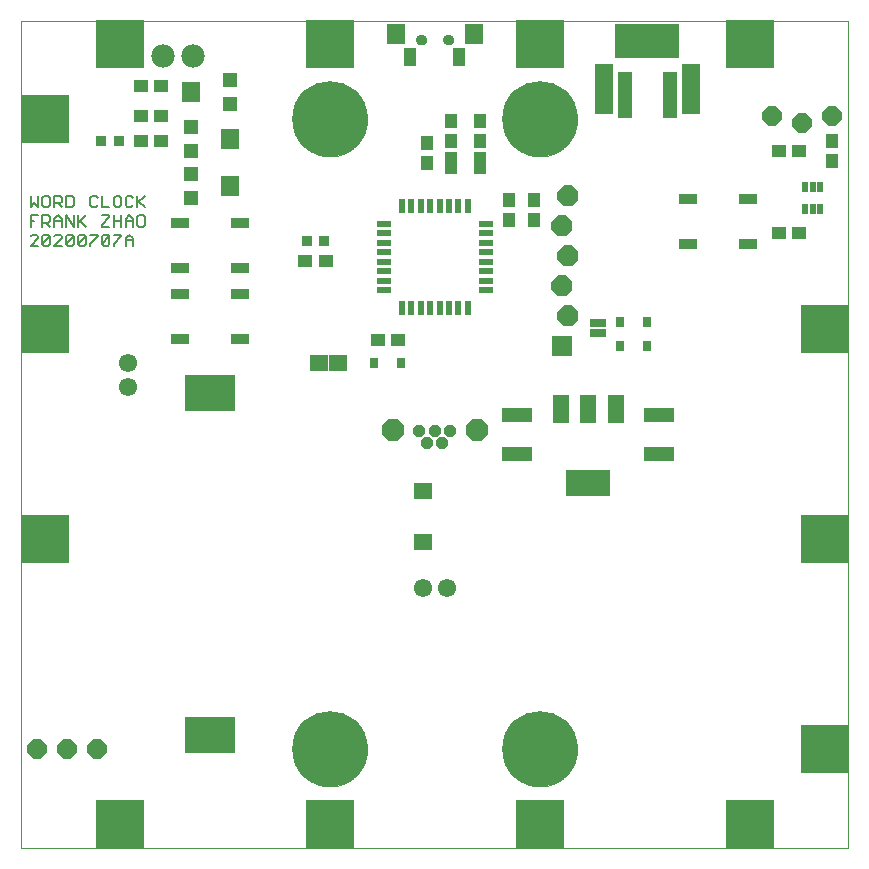
<source format=gts>
G75*
%MOIN*%
%OFA0B0*%
%FSLAX25Y25*%
%IPPOS*%
%LPD*%
%AMOC8*
5,1,8,0,0,1.08239X$1,22.5*
%
%ADD10C,0.00000*%
%ADD11C,0.25203*%
%ADD12OC8,0.06337*%
%ADD13R,0.16211X0.16211*%
%ADD14C,0.00500*%
%ADD15R,0.01975X0.05124*%
%ADD16R,0.05124X0.01975*%
%ADD17OC8,0.07487*%
%ADD18OC8,0.03975*%
%ADD19R,0.16935X0.12211*%
%ADD20R,0.05200X0.09200*%
%ADD21R,0.14573X0.09061*%
%ADD22R,0.04337X0.07487*%
%ADD23R,0.04337X0.04731*%
%ADD24R,0.02880X0.03668*%
%ADD25R,0.10243X0.05124*%
%ADD26R,0.04731X0.04337*%
%ADD27R,0.07000X0.07000*%
%ADD28OC8,0.07000*%
%ADD29R,0.05400X0.02900*%
%ADD30C,0.06100*%
%ADD31R,0.06187X0.05400*%
%ADD32C,0.07800*%
%ADD33R,0.06306X0.06699*%
%ADD34R,0.04809X0.05124*%
%ADD35R,0.06400X0.03400*%
%ADD36C,0.03550*%
%ADD37R,0.04337X0.05912*%
%ADD38R,0.21400X0.11400*%
%ADD39R,0.05150X0.15200*%
%ADD40R,0.06150X0.16900*%
%ADD41R,0.06050X0.05400*%
%ADD42R,0.01975X0.03353*%
%ADD43R,0.03550X0.03550*%
D10*
X0001400Y0001400D02*
X0001400Y0276991D01*
X0276991Y0276991D01*
X0276991Y0001400D01*
X0001400Y0001400D01*
X0091793Y0034195D02*
X0091797Y0034499D01*
X0091808Y0034804D01*
X0091827Y0035107D01*
X0091853Y0035411D01*
X0091886Y0035713D01*
X0091927Y0036015D01*
X0091976Y0036315D01*
X0092031Y0036615D01*
X0092094Y0036912D01*
X0092165Y0037208D01*
X0092242Y0037503D01*
X0092327Y0037795D01*
X0092419Y0038085D01*
X0092518Y0038373D01*
X0092624Y0038658D01*
X0092737Y0038941D01*
X0092857Y0039221D01*
X0092984Y0039498D01*
X0093117Y0039771D01*
X0093257Y0040041D01*
X0093404Y0040308D01*
X0093557Y0040571D01*
X0093717Y0040830D01*
X0093883Y0041085D01*
X0094055Y0041336D01*
X0094234Y0041583D01*
X0094418Y0041825D01*
X0094608Y0042063D01*
X0094804Y0042296D01*
X0095006Y0042524D01*
X0095213Y0042747D01*
X0095425Y0042965D01*
X0095643Y0043177D01*
X0095866Y0043384D01*
X0096094Y0043586D01*
X0096327Y0043782D01*
X0096565Y0043972D01*
X0096807Y0044156D01*
X0097054Y0044335D01*
X0097305Y0044507D01*
X0097560Y0044673D01*
X0097819Y0044833D01*
X0098082Y0044986D01*
X0098349Y0045133D01*
X0098619Y0045273D01*
X0098892Y0045406D01*
X0099169Y0045533D01*
X0099449Y0045653D01*
X0099732Y0045766D01*
X0100017Y0045872D01*
X0100305Y0045971D01*
X0100595Y0046063D01*
X0100887Y0046148D01*
X0101182Y0046225D01*
X0101478Y0046296D01*
X0101775Y0046359D01*
X0102075Y0046414D01*
X0102375Y0046463D01*
X0102677Y0046504D01*
X0102979Y0046537D01*
X0103283Y0046563D01*
X0103586Y0046582D01*
X0103891Y0046593D01*
X0104195Y0046597D01*
X0104499Y0046593D01*
X0104804Y0046582D01*
X0105107Y0046563D01*
X0105411Y0046537D01*
X0105713Y0046504D01*
X0106015Y0046463D01*
X0106315Y0046414D01*
X0106615Y0046359D01*
X0106912Y0046296D01*
X0107208Y0046225D01*
X0107503Y0046148D01*
X0107795Y0046063D01*
X0108085Y0045971D01*
X0108373Y0045872D01*
X0108658Y0045766D01*
X0108941Y0045653D01*
X0109221Y0045533D01*
X0109498Y0045406D01*
X0109771Y0045273D01*
X0110041Y0045133D01*
X0110308Y0044986D01*
X0110571Y0044833D01*
X0110830Y0044673D01*
X0111085Y0044507D01*
X0111336Y0044335D01*
X0111583Y0044156D01*
X0111825Y0043972D01*
X0112063Y0043782D01*
X0112296Y0043586D01*
X0112524Y0043384D01*
X0112747Y0043177D01*
X0112965Y0042965D01*
X0113177Y0042747D01*
X0113384Y0042524D01*
X0113586Y0042296D01*
X0113782Y0042063D01*
X0113972Y0041825D01*
X0114156Y0041583D01*
X0114335Y0041336D01*
X0114507Y0041085D01*
X0114673Y0040830D01*
X0114833Y0040571D01*
X0114986Y0040308D01*
X0115133Y0040041D01*
X0115273Y0039771D01*
X0115406Y0039498D01*
X0115533Y0039221D01*
X0115653Y0038941D01*
X0115766Y0038658D01*
X0115872Y0038373D01*
X0115971Y0038085D01*
X0116063Y0037795D01*
X0116148Y0037503D01*
X0116225Y0037208D01*
X0116296Y0036912D01*
X0116359Y0036615D01*
X0116414Y0036315D01*
X0116463Y0036015D01*
X0116504Y0035713D01*
X0116537Y0035411D01*
X0116563Y0035107D01*
X0116582Y0034804D01*
X0116593Y0034499D01*
X0116597Y0034195D01*
X0116593Y0033891D01*
X0116582Y0033586D01*
X0116563Y0033283D01*
X0116537Y0032979D01*
X0116504Y0032677D01*
X0116463Y0032375D01*
X0116414Y0032075D01*
X0116359Y0031775D01*
X0116296Y0031478D01*
X0116225Y0031182D01*
X0116148Y0030887D01*
X0116063Y0030595D01*
X0115971Y0030305D01*
X0115872Y0030017D01*
X0115766Y0029732D01*
X0115653Y0029449D01*
X0115533Y0029169D01*
X0115406Y0028892D01*
X0115273Y0028619D01*
X0115133Y0028349D01*
X0114986Y0028082D01*
X0114833Y0027819D01*
X0114673Y0027560D01*
X0114507Y0027305D01*
X0114335Y0027054D01*
X0114156Y0026807D01*
X0113972Y0026565D01*
X0113782Y0026327D01*
X0113586Y0026094D01*
X0113384Y0025866D01*
X0113177Y0025643D01*
X0112965Y0025425D01*
X0112747Y0025213D01*
X0112524Y0025006D01*
X0112296Y0024804D01*
X0112063Y0024608D01*
X0111825Y0024418D01*
X0111583Y0024234D01*
X0111336Y0024055D01*
X0111085Y0023883D01*
X0110830Y0023717D01*
X0110571Y0023557D01*
X0110308Y0023404D01*
X0110041Y0023257D01*
X0109771Y0023117D01*
X0109498Y0022984D01*
X0109221Y0022857D01*
X0108941Y0022737D01*
X0108658Y0022624D01*
X0108373Y0022518D01*
X0108085Y0022419D01*
X0107795Y0022327D01*
X0107503Y0022242D01*
X0107208Y0022165D01*
X0106912Y0022094D01*
X0106615Y0022031D01*
X0106315Y0021976D01*
X0106015Y0021927D01*
X0105713Y0021886D01*
X0105411Y0021853D01*
X0105107Y0021827D01*
X0104804Y0021808D01*
X0104499Y0021797D01*
X0104195Y0021793D01*
X0103891Y0021797D01*
X0103586Y0021808D01*
X0103283Y0021827D01*
X0102979Y0021853D01*
X0102677Y0021886D01*
X0102375Y0021927D01*
X0102075Y0021976D01*
X0101775Y0022031D01*
X0101478Y0022094D01*
X0101182Y0022165D01*
X0100887Y0022242D01*
X0100595Y0022327D01*
X0100305Y0022419D01*
X0100017Y0022518D01*
X0099732Y0022624D01*
X0099449Y0022737D01*
X0099169Y0022857D01*
X0098892Y0022984D01*
X0098619Y0023117D01*
X0098349Y0023257D01*
X0098082Y0023404D01*
X0097819Y0023557D01*
X0097560Y0023717D01*
X0097305Y0023883D01*
X0097054Y0024055D01*
X0096807Y0024234D01*
X0096565Y0024418D01*
X0096327Y0024608D01*
X0096094Y0024804D01*
X0095866Y0025006D01*
X0095643Y0025213D01*
X0095425Y0025425D01*
X0095213Y0025643D01*
X0095006Y0025866D01*
X0094804Y0026094D01*
X0094608Y0026327D01*
X0094418Y0026565D01*
X0094234Y0026807D01*
X0094055Y0027054D01*
X0093883Y0027305D01*
X0093717Y0027560D01*
X0093557Y0027819D01*
X0093404Y0028082D01*
X0093257Y0028349D01*
X0093117Y0028619D01*
X0092984Y0028892D01*
X0092857Y0029169D01*
X0092737Y0029449D01*
X0092624Y0029732D01*
X0092518Y0030017D01*
X0092419Y0030305D01*
X0092327Y0030595D01*
X0092242Y0030887D01*
X0092165Y0031182D01*
X0092094Y0031478D01*
X0092031Y0031775D01*
X0091976Y0032075D01*
X0091927Y0032375D01*
X0091886Y0032677D01*
X0091853Y0032979D01*
X0091827Y0033283D01*
X0091808Y0033586D01*
X0091797Y0033891D01*
X0091793Y0034195D01*
X0161793Y0034195D02*
X0161797Y0034499D01*
X0161808Y0034804D01*
X0161827Y0035107D01*
X0161853Y0035411D01*
X0161886Y0035713D01*
X0161927Y0036015D01*
X0161976Y0036315D01*
X0162031Y0036615D01*
X0162094Y0036912D01*
X0162165Y0037208D01*
X0162242Y0037503D01*
X0162327Y0037795D01*
X0162419Y0038085D01*
X0162518Y0038373D01*
X0162624Y0038658D01*
X0162737Y0038941D01*
X0162857Y0039221D01*
X0162984Y0039498D01*
X0163117Y0039771D01*
X0163257Y0040041D01*
X0163404Y0040308D01*
X0163557Y0040571D01*
X0163717Y0040830D01*
X0163883Y0041085D01*
X0164055Y0041336D01*
X0164234Y0041583D01*
X0164418Y0041825D01*
X0164608Y0042063D01*
X0164804Y0042296D01*
X0165006Y0042524D01*
X0165213Y0042747D01*
X0165425Y0042965D01*
X0165643Y0043177D01*
X0165866Y0043384D01*
X0166094Y0043586D01*
X0166327Y0043782D01*
X0166565Y0043972D01*
X0166807Y0044156D01*
X0167054Y0044335D01*
X0167305Y0044507D01*
X0167560Y0044673D01*
X0167819Y0044833D01*
X0168082Y0044986D01*
X0168349Y0045133D01*
X0168619Y0045273D01*
X0168892Y0045406D01*
X0169169Y0045533D01*
X0169449Y0045653D01*
X0169732Y0045766D01*
X0170017Y0045872D01*
X0170305Y0045971D01*
X0170595Y0046063D01*
X0170887Y0046148D01*
X0171182Y0046225D01*
X0171478Y0046296D01*
X0171775Y0046359D01*
X0172075Y0046414D01*
X0172375Y0046463D01*
X0172677Y0046504D01*
X0172979Y0046537D01*
X0173283Y0046563D01*
X0173586Y0046582D01*
X0173891Y0046593D01*
X0174195Y0046597D01*
X0174499Y0046593D01*
X0174804Y0046582D01*
X0175107Y0046563D01*
X0175411Y0046537D01*
X0175713Y0046504D01*
X0176015Y0046463D01*
X0176315Y0046414D01*
X0176615Y0046359D01*
X0176912Y0046296D01*
X0177208Y0046225D01*
X0177503Y0046148D01*
X0177795Y0046063D01*
X0178085Y0045971D01*
X0178373Y0045872D01*
X0178658Y0045766D01*
X0178941Y0045653D01*
X0179221Y0045533D01*
X0179498Y0045406D01*
X0179771Y0045273D01*
X0180041Y0045133D01*
X0180308Y0044986D01*
X0180571Y0044833D01*
X0180830Y0044673D01*
X0181085Y0044507D01*
X0181336Y0044335D01*
X0181583Y0044156D01*
X0181825Y0043972D01*
X0182063Y0043782D01*
X0182296Y0043586D01*
X0182524Y0043384D01*
X0182747Y0043177D01*
X0182965Y0042965D01*
X0183177Y0042747D01*
X0183384Y0042524D01*
X0183586Y0042296D01*
X0183782Y0042063D01*
X0183972Y0041825D01*
X0184156Y0041583D01*
X0184335Y0041336D01*
X0184507Y0041085D01*
X0184673Y0040830D01*
X0184833Y0040571D01*
X0184986Y0040308D01*
X0185133Y0040041D01*
X0185273Y0039771D01*
X0185406Y0039498D01*
X0185533Y0039221D01*
X0185653Y0038941D01*
X0185766Y0038658D01*
X0185872Y0038373D01*
X0185971Y0038085D01*
X0186063Y0037795D01*
X0186148Y0037503D01*
X0186225Y0037208D01*
X0186296Y0036912D01*
X0186359Y0036615D01*
X0186414Y0036315D01*
X0186463Y0036015D01*
X0186504Y0035713D01*
X0186537Y0035411D01*
X0186563Y0035107D01*
X0186582Y0034804D01*
X0186593Y0034499D01*
X0186597Y0034195D01*
X0186593Y0033891D01*
X0186582Y0033586D01*
X0186563Y0033283D01*
X0186537Y0032979D01*
X0186504Y0032677D01*
X0186463Y0032375D01*
X0186414Y0032075D01*
X0186359Y0031775D01*
X0186296Y0031478D01*
X0186225Y0031182D01*
X0186148Y0030887D01*
X0186063Y0030595D01*
X0185971Y0030305D01*
X0185872Y0030017D01*
X0185766Y0029732D01*
X0185653Y0029449D01*
X0185533Y0029169D01*
X0185406Y0028892D01*
X0185273Y0028619D01*
X0185133Y0028349D01*
X0184986Y0028082D01*
X0184833Y0027819D01*
X0184673Y0027560D01*
X0184507Y0027305D01*
X0184335Y0027054D01*
X0184156Y0026807D01*
X0183972Y0026565D01*
X0183782Y0026327D01*
X0183586Y0026094D01*
X0183384Y0025866D01*
X0183177Y0025643D01*
X0182965Y0025425D01*
X0182747Y0025213D01*
X0182524Y0025006D01*
X0182296Y0024804D01*
X0182063Y0024608D01*
X0181825Y0024418D01*
X0181583Y0024234D01*
X0181336Y0024055D01*
X0181085Y0023883D01*
X0180830Y0023717D01*
X0180571Y0023557D01*
X0180308Y0023404D01*
X0180041Y0023257D01*
X0179771Y0023117D01*
X0179498Y0022984D01*
X0179221Y0022857D01*
X0178941Y0022737D01*
X0178658Y0022624D01*
X0178373Y0022518D01*
X0178085Y0022419D01*
X0177795Y0022327D01*
X0177503Y0022242D01*
X0177208Y0022165D01*
X0176912Y0022094D01*
X0176615Y0022031D01*
X0176315Y0021976D01*
X0176015Y0021927D01*
X0175713Y0021886D01*
X0175411Y0021853D01*
X0175107Y0021827D01*
X0174804Y0021808D01*
X0174499Y0021797D01*
X0174195Y0021793D01*
X0173891Y0021797D01*
X0173586Y0021808D01*
X0173283Y0021827D01*
X0172979Y0021853D01*
X0172677Y0021886D01*
X0172375Y0021927D01*
X0172075Y0021976D01*
X0171775Y0022031D01*
X0171478Y0022094D01*
X0171182Y0022165D01*
X0170887Y0022242D01*
X0170595Y0022327D01*
X0170305Y0022419D01*
X0170017Y0022518D01*
X0169732Y0022624D01*
X0169449Y0022737D01*
X0169169Y0022857D01*
X0168892Y0022984D01*
X0168619Y0023117D01*
X0168349Y0023257D01*
X0168082Y0023404D01*
X0167819Y0023557D01*
X0167560Y0023717D01*
X0167305Y0023883D01*
X0167054Y0024055D01*
X0166807Y0024234D01*
X0166565Y0024418D01*
X0166327Y0024608D01*
X0166094Y0024804D01*
X0165866Y0025006D01*
X0165643Y0025213D01*
X0165425Y0025425D01*
X0165213Y0025643D01*
X0165006Y0025866D01*
X0164804Y0026094D01*
X0164608Y0026327D01*
X0164418Y0026565D01*
X0164234Y0026807D01*
X0164055Y0027054D01*
X0163883Y0027305D01*
X0163717Y0027560D01*
X0163557Y0027819D01*
X0163404Y0028082D01*
X0163257Y0028349D01*
X0163117Y0028619D01*
X0162984Y0028892D01*
X0162857Y0029169D01*
X0162737Y0029449D01*
X0162624Y0029732D01*
X0162518Y0030017D01*
X0162419Y0030305D01*
X0162327Y0030595D01*
X0162242Y0030887D01*
X0162165Y0031182D01*
X0162094Y0031478D01*
X0162031Y0031775D01*
X0161976Y0032075D01*
X0161927Y0032375D01*
X0161886Y0032677D01*
X0161853Y0032979D01*
X0161827Y0033283D01*
X0161808Y0033586D01*
X0161797Y0033891D01*
X0161793Y0034195D01*
X0161793Y0244195D02*
X0161797Y0244499D01*
X0161808Y0244804D01*
X0161827Y0245107D01*
X0161853Y0245411D01*
X0161886Y0245713D01*
X0161927Y0246015D01*
X0161976Y0246315D01*
X0162031Y0246615D01*
X0162094Y0246912D01*
X0162165Y0247208D01*
X0162242Y0247503D01*
X0162327Y0247795D01*
X0162419Y0248085D01*
X0162518Y0248373D01*
X0162624Y0248658D01*
X0162737Y0248941D01*
X0162857Y0249221D01*
X0162984Y0249498D01*
X0163117Y0249771D01*
X0163257Y0250041D01*
X0163404Y0250308D01*
X0163557Y0250571D01*
X0163717Y0250830D01*
X0163883Y0251085D01*
X0164055Y0251336D01*
X0164234Y0251583D01*
X0164418Y0251825D01*
X0164608Y0252063D01*
X0164804Y0252296D01*
X0165006Y0252524D01*
X0165213Y0252747D01*
X0165425Y0252965D01*
X0165643Y0253177D01*
X0165866Y0253384D01*
X0166094Y0253586D01*
X0166327Y0253782D01*
X0166565Y0253972D01*
X0166807Y0254156D01*
X0167054Y0254335D01*
X0167305Y0254507D01*
X0167560Y0254673D01*
X0167819Y0254833D01*
X0168082Y0254986D01*
X0168349Y0255133D01*
X0168619Y0255273D01*
X0168892Y0255406D01*
X0169169Y0255533D01*
X0169449Y0255653D01*
X0169732Y0255766D01*
X0170017Y0255872D01*
X0170305Y0255971D01*
X0170595Y0256063D01*
X0170887Y0256148D01*
X0171182Y0256225D01*
X0171478Y0256296D01*
X0171775Y0256359D01*
X0172075Y0256414D01*
X0172375Y0256463D01*
X0172677Y0256504D01*
X0172979Y0256537D01*
X0173283Y0256563D01*
X0173586Y0256582D01*
X0173891Y0256593D01*
X0174195Y0256597D01*
X0174499Y0256593D01*
X0174804Y0256582D01*
X0175107Y0256563D01*
X0175411Y0256537D01*
X0175713Y0256504D01*
X0176015Y0256463D01*
X0176315Y0256414D01*
X0176615Y0256359D01*
X0176912Y0256296D01*
X0177208Y0256225D01*
X0177503Y0256148D01*
X0177795Y0256063D01*
X0178085Y0255971D01*
X0178373Y0255872D01*
X0178658Y0255766D01*
X0178941Y0255653D01*
X0179221Y0255533D01*
X0179498Y0255406D01*
X0179771Y0255273D01*
X0180041Y0255133D01*
X0180308Y0254986D01*
X0180571Y0254833D01*
X0180830Y0254673D01*
X0181085Y0254507D01*
X0181336Y0254335D01*
X0181583Y0254156D01*
X0181825Y0253972D01*
X0182063Y0253782D01*
X0182296Y0253586D01*
X0182524Y0253384D01*
X0182747Y0253177D01*
X0182965Y0252965D01*
X0183177Y0252747D01*
X0183384Y0252524D01*
X0183586Y0252296D01*
X0183782Y0252063D01*
X0183972Y0251825D01*
X0184156Y0251583D01*
X0184335Y0251336D01*
X0184507Y0251085D01*
X0184673Y0250830D01*
X0184833Y0250571D01*
X0184986Y0250308D01*
X0185133Y0250041D01*
X0185273Y0249771D01*
X0185406Y0249498D01*
X0185533Y0249221D01*
X0185653Y0248941D01*
X0185766Y0248658D01*
X0185872Y0248373D01*
X0185971Y0248085D01*
X0186063Y0247795D01*
X0186148Y0247503D01*
X0186225Y0247208D01*
X0186296Y0246912D01*
X0186359Y0246615D01*
X0186414Y0246315D01*
X0186463Y0246015D01*
X0186504Y0245713D01*
X0186537Y0245411D01*
X0186563Y0245107D01*
X0186582Y0244804D01*
X0186593Y0244499D01*
X0186597Y0244195D01*
X0186593Y0243891D01*
X0186582Y0243586D01*
X0186563Y0243283D01*
X0186537Y0242979D01*
X0186504Y0242677D01*
X0186463Y0242375D01*
X0186414Y0242075D01*
X0186359Y0241775D01*
X0186296Y0241478D01*
X0186225Y0241182D01*
X0186148Y0240887D01*
X0186063Y0240595D01*
X0185971Y0240305D01*
X0185872Y0240017D01*
X0185766Y0239732D01*
X0185653Y0239449D01*
X0185533Y0239169D01*
X0185406Y0238892D01*
X0185273Y0238619D01*
X0185133Y0238349D01*
X0184986Y0238082D01*
X0184833Y0237819D01*
X0184673Y0237560D01*
X0184507Y0237305D01*
X0184335Y0237054D01*
X0184156Y0236807D01*
X0183972Y0236565D01*
X0183782Y0236327D01*
X0183586Y0236094D01*
X0183384Y0235866D01*
X0183177Y0235643D01*
X0182965Y0235425D01*
X0182747Y0235213D01*
X0182524Y0235006D01*
X0182296Y0234804D01*
X0182063Y0234608D01*
X0181825Y0234418D01*
X0181583Y0234234D01*
X0181336Y0234055D01*
X0181085Y0233883D01*
X0180830Y0233717D01*
X0180571Y0233557D01*
X0180308Y0233404D01*
X0180041Y0233257D01*
X0179771Y0233117D01*
X0179498Y0232984D01*
X0179221Y0232857D01*
X0178941Y0232737D01*
X0178658Y0232624D01*
X0178373Y0232518D01*
X0178085Y0232419D01*
X0177795Y0232327D01*
X0177503Y0232242D01*
X0177208Y0232165D01*
X0176912Y0232094D01*
X0176615Y0232031D01*
X0176315Y0231976D01*
X0176015Y0231927D01*
X0175713Y0231886D01*
X0175411Y0231853D01*
X0175107Y0231827D01*
X0174804Y0231808D01*
X0174499Y0231797D01*
X0174195Y0231793D01*
X0173891Y0231797D01*
X0173586Y0231808D01*
X0173283Y0231827D01*
X0172979Y0231853D01*
X0172677Y0231886D01*
X0172375Y0231927D01*
X0172075Y0231976D01*
X0171775Y0232031D01*
X0171478Y0232094D01*
X0171182Y0232165D01*
X0170887Y0232242D01*
X0170595Y0232327D01*
X0170305Y0232419D01*
X0170017Y0232518D01*
X0169732Y0232624D01*
X0169449Y0232737D01*
X0169169Y0232857D01*
X0168892Y0232984D01*
X0168619Y0233117D01*
X0168349Y0233257D01*
X0168082Y0233404D01*
X0167819Y0233557D01*
X0167560Y0233717D01*
X0167305Y0233883D01*
X0167054Y0234055D01*
X0166807Y0234234D01*
X0166565Y0234418D01*
X0166327Y0234608D01*
X0166094Y0234804D01*
X0165866Y0235006D01*
X0165643Y0235213D01*
X0165425Y0235425D01*
X0165213Y0235643D01*
X0165006Y0235866D01*
X0164804Y0236094D01*
X0164608Y0236327D01*
X0164418Y0236565D01*
X0164234Y0236807D01*
X0164055Y0237054D01*
X0163883Y0237305D01*
X0163717Y0237560D01*
X0163557Y0237819D01*
X0163404Y0238082D01*
X0163257Y0238349D01*
X0163117Y0238619D01*
X0162984Y0238892D01*
X0162857Y0239169D01*
X0162737Y0239449D01*
X0162624Y0239732D01*
X0162518Y0240017D01*
X0162419Y0240305D01*
X0162327Y0240595D01*
X0162242Y0240887D01*
X0162165Y0241182D01*
X0162094Y0241478D01*
X0162031Y0241775D01*
X0161976Y0242075D01*
X0161927Y0242375D01*
X0161886Y0242677D01*
X0161853Y0242979D01*
X0161827Y0243283D01*
X0161808Y0243586D01*
X0161797Y0243891D01*
X0161793Y0244195D01*
X0142148Y0270691D02*
X0142150Y0270770D01*
X0142156Y0270849D01*
X0142166Y0270928D01*
X0142180Y0271006D01*
X0142197Y0271083D01*
X0142219Y0271159D01*
X0142244Y0271234D01*
X0142274Y0271307D01*
X0142306Y0271379D01*
X0142343Y0271450D01*
X0142383Y0271518D01*
X0142426Y0271584D01*
X0142472Y0271648D01*
X0142522Y0271710D01*
X0142575Y0271769D01*
X0142630Y0271825D01*
X0142689Y0271879D01*
X0142750Y0271929D01*
X0142813Y0271977D01*
X0142879Y0272021D01*
X0142947Y0272062D01*
X0143017Y0272099D01*
X0143088Y0272133D01*
X0143162Y0272163D01*
X0143236Y0272189D01*
X0143312Y0272211D01*
X0143389Y0272230D01*
X0143467Y0272245D01*
X0143545Y0272256D01*
X0143624Y0272263D01*
X0143703Y0272266D01*
X0143782Y0272265D01*
X0143861Y0272260D01*
X0143940Y0272251D01*
X0144018Y0272238D01*
X0144095Y0272221D01*
X0144172Y0272201D01*
X0144247Y0272176D01*
X0144321Y0272148D01*
X0144394Y0272116D01*
X0144464Y0272081D01*
X0144533Y0272042D01*
X0144600Y0271999D01*
X0144665Y0271953D01*
X0144727Y0271905D01*
X0144787Y0271853D01*
X0144844Y0271798D01*
X0144898Y0271740D01*
X0144949Y0271680D01*
X0144997Y0271617D01*
X0145042Y0271552D01*
X0145084Y0271484D01*
X0145122Y0271415D01*
X0145156Y0271344D01*
X0145187Y0271271D01*
X0145215Y0271196D01*
X0145238Y0271121D01*
X0145258Y0271044D01*
X0145274Y0270967D01*
X0145286Y0270888D01*
X0145294Y0270810D01*
X0145298Y0270731D01*
X0145298Y0270651D01*
X0145294Y0270572D01*
X0145286Y0270494D01*
X0145274Y0270415D01*
X0145258Y0270338D01*
X0145238Y0270261D01*
X0145215Y0270186D01*
X0145187Y0270111D01*
X0145156Y0270038D01*
X0145122Y0269967D01*
X0145084Y0269898D01*
X0145042Y0269830D01*
X0144997Y0269765D01*
X0144949Y0269702D01*
X0144898Y0269642D01*
X0144844Y0269584D01*
X0144787Y0269529D01*
X0144727Y0269477D01*
X0144665Y0269429D01*
X0144600Y0269383D01*
X0144533Y0269340D01*
X0144464Y0269301D01*
X0144394Y0269266D01*
X0144321Y0269234D01*
X0144247Y0269206D01*
X0144172Y0269181D01*
X0144095Y0269161D01*
X0144018Y0269144D01*
X0143940Y0269131D01*
X0143861Y0269122D01*
X0143782Y0269117D01*
X0143703Y0269116D01*
X0143624Y0269119D01*
X0143545Y0269126D01*
X0143467Y0269137D01*
X0143389Y0269152D01*
X0143312Y0269171D01*
X0143236Y0269193D01*
X0143162Y0269219D01*
X0143088Y0269249D01*
X0143017Y0269283D01*
X0142947Y0269320D01*
X0142879Y0269361D01*
X0142813Y0269405D01*
X0142750Y0269453D01*
X0142689Y0269503D01*
X0142630Y0269557D01*
X0142575Y0269613D01*
X0142522Y0269672D01*
X0142472Y0269734D01*
X0142426Y0269798D01*
X0142383Y0269864D01*
X0142343Y0269932D01*
X0142306Y0270003D01*
X0142274Y0270075D01*
X0142244Y0270148D01*
X0142219Y0270223D01*
X0142197Y0270299D01*
X0142180Y0270376D01*
X0142166Y0270454D01*
X0142156Y0270533D01*
X0142150Y0270612D01*
X0142148Y0270691D01*
X0133093Y0270691D02*
X0133095Y0270770D01*
X0133101Y0270849D01*
X0133111Y0270928D01*
X0133125Y0271006D01*
X0133142Y0271083D01*
X0133164Y0271159D01*
X0133189Y0271234D01*
X0133219Y0271307D01*
X0133251Y0271379D01*
X0133288Y0271450D01*
X0133328Y0271518D01*
X0133371Y0271584D01*
X0133417Y0271648D01*
X0133467Y0271710D01*
X0133520Y0271769D01*
X0133575Y0271825D01*
X0133634Y0271879D01*
X0133695Y0271929D01*
X0133758Y0271977D01*
X0133824Y0272021D01*
X0133892Y0272062D01*
X0133962Y0272099D01*
X0134033Y0272133D01*
X0134107Y0272163D01*
X0134181Y0272189D01*
X0134257Y0272211D01*
X0134334Y0272230D01*
X0134412Y0272245D01*
X0134490Y0272256D01*
X0134569Y0272263D01*
X0134648Y0272266D01*
X0134727Y0272265D01*
X0134806Y0272260D01*
X0134885Y0272251D01*
X0134963Y0272238D01*
X0135040Y0272221D01*
X0135117Y0272201D01*
X0135192Y0272176D01*
X0135266Y0272148D01*
X0135339Y0272116D01*
X0135409Y0272081D01*
X0135478Y0272042D01*
X0135545Y0271999D01*
X0135610Y0271953D01*
X0135672Y0271905D01*
X0135732Y0271853D01*
X0135789Y0271798D01*
X0135843Y0271740D01*
X0135894Y0271680D01*
X0135942Y0271617D01*
X0135987Y0271552D01*
X0136029Y0271484D01*
X0136067Y0271415D01*
X0136101Y0271344D01*
X0136132Y0271271D01*
X0136160Y0271196D01*
X0136183Y0271121D01*
X0136203Y0271044D01*
X0136219Y0270967D01*
X0136231Y0270888D01*
X0136239Y0270810D01*
X0136243Y0270731D01*
X0136243Y0270651D01*
X0136239Y0270572D01*
X0136231Y0270494D01*
X0136219Y0270415D01*
X0136203Y0270338D01*
X0136183Y0270261D01*
X0136160Y0270186D01*
X0136132Y0270111D01*
X0136101Y0270038D01*
X0136067Y0269967D01*
X0136029Y0269898D01*
X0135987Y0269830D01*
X0135942Y0269765D01*
X0135894Y0269702D01*
X0135843Y0269642D01*
X0135789Y0269584D01*
X0135732Y0269529D01*
X0135672Y0269477D01*
X0135610Y0269429D01*
X0135545Y0269383D01*
X0135478Y0269340D01*
X0135409Y0269301D01*
X0135339Y0269266D01*
X0135266Y0269234D01*
X0135192Y0269206D01*
X0135117Y0269181D01*
X0135040Y0269161D01*
X0134963Y0269144D01*
X0134885Y0269131D01*
X0134806Y0269122D01*
X0134727Y0269117D01*
X0134648Y0269116D01*
X0134569Y0269119D01*
X0134490Y0269126D01*
X0134412Y0269137D01*
X0134334Y0269152D01*
X0134257Y0269171D01*
X0134181Y0269193D01*
X0134107Y0269219D01*
X0134033Y0269249D01*
X0133962Y0269283D01*
X0133892Y0269320D01*
X0133824Y0269361D01*
X0133758Y0269405D01*
X0133695Y0269453D01*
X0133634Y0269503D01*
X0133575Y0269557D01*
X0133520Y0269613D01*
X0133467Y0269672D01*
X0133417Y0269734D01*
X0133371Y0269798D01*
X0133328Y0269864D01*
X0133288Y0269932D01*
X0133251Y0270003D01*
X0133219Y0270075D01*
X0133189Y0270148D01*
X0133164Y0270223D01*
X0133142Y0270299D01*
X0133125Y0270376D01*
X0133111Y0270454D01*
X0133101Y0270533D01*
X0133095Y0270612D01*
X0133093Y0270691D01*
X0091793Y0244195D02*
X0091797Y0244499D01*
X0091808Y0244804D01*
X0091827Y0245107D01*
X0091853Y0245411D01*
X0091886Y0245713D01*
X0091927Y0246015D01*
X0091976Y0246315D01*
X0092031Y0246615D01*
X0092094Y0246912D01*
X0092165Y0247208D01*
X0092242Y0247503D01*
X0092327Y0247795D01*
X0092419Y0248085D01*
X0092518Y0248373D01*
X0092624Y0248658D01*
X0092737Y0248941D01*
X0092857Y0249221D01*
X0092984Y0249498D01*
X0093117Y0249771D01*
X0093257Y0250041D01*
X0093404Y0250308D01*
X0093557Y0250571D01*
X0093717Y0250830D01*
X0093883Y0251085D01*
X0094055Y0251336D01*
X0094234Y0251583D01*
X0094418Y0251825D01*
X0094608Y0252063D01*
X0094804Y0252296D01*
X0095006Y0252524D01*
X0095213Y0252747D01*
X0095425Y0252965D01*
X0095643Y0253177D01*
X0095866Y0253384D01*
X0096094Y0253586D01*
X0096327Y0253782D01*
X0096565Y0253972D01*
X0096807Y0254156D01*
X0097054Y0254335D01*
X0097305Y0254507D01*
X0097560Y0254673D01*
X0097819Y0254833D01*
X0098082Y0254986D01*
X0098349Y0255133D01*
X0098619Y0255273D01*
X0098892Y0255406D01*
X0099169Y0255533D01*
X0099449Y0255653D01*
X0099732Y0255766D01*
X0100017Y0255872D01*
X0100305Y0255971D01*
X0100595Y0256063D01*
X0100887Y0256148D01*
X0101182Y0256225D01*
X0101478Y0256296D01*
X0101775Y0256359D01*
X0102075Y0256414D01*
X0102375Y0256463D01*
X0102677Y0256504D01*
X0102979Y0256537D01*
X0103283Y0256563D01*
X0103586Y0256582D01*
X0103891Y0256593D01*
X0104195Y0256597D01*
X0104499Y0256593D01*
X0104804Y0256582D01*
X0105107Y0256563D01*
X0105411Y0256537D01*
X0105713Y0256504D01*
X0106015Y0256463D01*
X0106315Y0256414D01*
X0106615Y0256359D01*
X0106912Y0256296D01*
X0107208Y0256225D01*
X0107503Y0256148D01*
X0107795Y0256063D01*
X0108085Y0255971D01*
X0108373Y0255872D01*
X0108658Y0255766D01*
X0108941Y0255653D01*
X0109221Y0255533D01*
X0109498Y0255406D01*
X0109771Y0255273D01*
X0110041Y0255133D01*
X0110308Y0254986D01*
X0110571Y0254833D01*
X0110830Y0254673D01*
X0111085Y0254507D01*
X0111336Y0254335D01*
X0111583Y0254156D01*
X0111825Y0253972D01*
X0112063Y0253782D01*
X0112296Y0253586D01*
X0112524Y0253384D01*
X0112747Y0253177D01*
X0112965Y0252965D01*
X0113177Y0252747D01*
X0113384Y0252524D01*
X0113586Y0252296D01*
X0113782Y0252063D01*
X0113972Y0251825D01*
X0114156Y0251583D01*
X0114335Y0251336D01*
X0114507Y0251085D01*
X0114673Y0250830D01*
X0114833Y0250571D01*
X0114986Y0250308D01*
X0115133Y0250041D01*
X0115273Y0249771D01*
X0115406Y0249498D01*
X0115533Y0249221D01*
X0115653Y0248941D01*
X0115766Y0248658D01*
X0115872Y0248373D01*
X0115971Y0248085D01*
X0116063Y0247795D01*
X0116148Y0247503D01*
X0116225Y0247208D01*
X0116296Y0246912D01*
X0116359Y0246615D01*
X0116414Y0246315D01*
X0116463Y0246015D01*
X0116504Y0245713D01*
X0116537Y0245411D01*
X0116563Y0245107D01*
X0116582Y0244804D01*
X0116593Y0244499D01*
X0116597Y0244195D01*
X0116593Y0243891D01*
X0116582Y0243586D01*
X0116563Y0243283D01*
X0116537Y0242979D01*
X0116504Y0242677D01*
X0116463Y0242375D01*
X0116414Y0242075D01*
X0116359Y0241775D01*
X0116296Y0241478D01*
X0116225Y0241182D01*
X0116148Y0240887D01*
X0116063Y0240595D01*
X0115971Y0240305D01*
X0115872Y0240017D01*
X0115766Y0239732D01*
X0115653Y0239449D01*
X0115533Y0239169D01*
X0115406Y0238892D01*
X0115273Y0238619D01*
X0115133Y0238349D01*
X0114986Y0238082D01*
X0114833Y0237819D01*
X0114673Y0237560D01*
X0114507Y0237305D01*
X0114335Y0237054D01*
X0114156Y0236807D01*
X0113972Y0236565D01*
X0113782Y0236327D01*
X0113586Y0236094D01*
X0113384Y0235866D01*
X0113177Y0235643D01*
X0112965Y0235425D01*
X0112747Y0235213D01*
X0112524Y0235006D01*
X0112296Y0234804D01*
X0112063Y0234608D01*
X0111825Y0234418D01*
X0111583Y0234234D01*
X0111336Y0234055D01*
X0111085Y0233883D01*
X0110830Y0233717D01*
X0110571Y0233557D01*
X0110308Y0233404D01*
X0110041Y0233257D01*
X0109771Y0233117D01*
X0109498Y0232984D01*
X0109221Y0232857D01*
X0108941Y0232737D01*
X0108658Y0232624D01*
X0108373Y0232518D01*
X0108085Y0232419D01*
X0107795Y0232327D01*
X0107503Y0232242D01*
X0107208Y0232165D01*
X0106912Y0232094D01*
X0106615Y0232031D01*
X0106315Y0231976D01*
X0106015Y0231927D01*
X0105713Y0231886D01*
X0105411Y0231853D01*
X0105107Y0231827D01*
X0104804Y0231808D01*
X0104499Y0231797D01*
X0104195Y0231793D01*
X0103891Y0231797D01*
X0103586Y0231808D01*
X0103283Y0231827D01*
X0102979Y0231853D01*
X0102677Y0231886D01*
X0102375Y0231927D01*
X0102075Y0231976D01*
X0101775Y0232031D01*
X0101478Y0232094D01*
X0101182Y0232165D01*
X0100887Y0232242D01*
X0100595Y0232327D01*
X0100305Y0232419D01*
X0100017Y0232518D01*
X0099732Y0232624D01*
X0099449Y0232737D01*
X0099169Y0232857D01*
X0098892Y0232984D01*
X0098619Y0233117D01*
X0098349Y0233257D01*
X0098082Y0233404D01*
X0097819Y0233557D01*
X0097560Y0233717D01*
X0097305Y0233883D01*
X0097054Y0234055D01*
X0096807Y0234234D01*
X0096565Y0234418D01*
X0096327Y0234608D01*
X0096094Y0234804D01*
X0095866Y0235006D01*
X0095643Y0235213D01*
X0095425Y0235425D01*
X0095213Y0235643D01*
X0095006Y0235866D01*
X0094804Y0236094D01*
X0094608Y0236327D01*
X0094418Y0236565D01*
X0094234Y0236807D01*
X0094055Y0237054D01*
X0093883Y0237305D01*
X0093717Y0237560D01*
X0093557Y0237819D01*
X0093404Y0238082D01*
X0093257Y0238349D01*
X0093117Y0238619D01*
X0092984Y0238892D01*
X0092857Y0239169D01*
X0092737Y0239449D01*
X0092624Y0239732D01*
X0092518Y0240017D01*
X0092419Y0240305D01*
X0092327Y0240595D01*
X0092242Y0240887D01*
X0092165Y0241182D01*
X0092094Y0241478D01*
X0092031Y0241775D01*
X0091976Y0242075D01*
X0091927Y0242375D01*
X0091886Y0242677D01*
X0091853Y0242979D01*
X0091827Y0243283D01*
X0091808Y0243586D01*
X0091797Y0243891D01*
X0091793Y0244195D01*
D11*
X0104195Y0244195D03*
X0174195Y0244195D03*
X0174195Y0034195D03*
X0104195Y0034195D03*
D12*
X0026676Y0034195D03*
X0016676Y0034195D03*
X0006676Y0034195D03*
X0251715Y0245298D03*
X0261715Y0243093D03*
X0271715Y0245298D03*
D13*
X0244195Y0269117D03*
X0174195Y0269117D03*
X0104195Y0269117D03*
X0034195Y0269117D03*
X0009274Y0244195D03*
X0009274Y0174195D03*
X0009274Y0104195D03*
X0034195Y0009274D03*
X0104195Y0009274D03*
X0174195Y0009274D03*
X0244195Y0009274D03*
X0269117Y0034195D03*
X0269117Y0104195D03*
X0269117Y0174195D03*
D14*
X0042615Y0209029D02*
X0042615Y0211565D01*
X0041981Y0212199D01*
X0040714Y0212199D01*
X0040080Y0211565D01*
X0040080Y0209029D01*
X0040714Y0208395D01*
X0041981Y0208395D01*
X0042615Y0209029D01*
X0038656Y0208395D02*
X0038656Y0210931D01*
X0037388Y0212199D01*
X0036120Y0210931D01*
X0036120Y0208395D01*
X0034696Y0208395D02*
X0034696Y0212199D01*
X0034696Y0210297D02*
X0032161Y0210297D01*
X0032161Y0208395D02*
X0032161Y0212199D01*
X0030737Y0212199D02*
X0030737Y0211565D01*
X0028202Y0209029D01*
X0028202Y0208395D01*
X0030737Y0208395D01*
X0030103Y0205749D02*
X0030737Y0205115D01*
X0028202Y0202579D01*
X0028835Y0201945D01*
X0030103Y0201945D01*
X0030737Y0202579D01*
X0030737Y0205115D01*
X0030103Y0205749D02*
X0028835Y0205749D01*
X0028202Y0205115D01*
X0028202Y0202579D01*
X0026778Y0205115D02*
X0024242Y0202579D01*
X0024242Y0201945D01*
X0022818Y0202579D02*
X0022184Y0201945D01*
X0020917Y0201945D01*
X0020283Y0202579D01*
X0022818Y0205115D01*
X0022818Y0202579D01*
X0020283Y0202579D02*
X0020283Y0205115D01*
X0020917Y0205749D01*
X0022184Y0205749D01*
X0022818Y0205115D01*
X0024242Y0205749D02*
X0026778Y0205749D01*
X0026778Y0205115D01*
X0022818Y0208395D02*
X0020917Y0210297D01*
X0020283Y0209663D02*
X0022818Y0212199D01*
X0020283Y0212199D02*
X0020283Y0208395D01*
X0018859Y0208395D02*
X0018859Y0212199D01*
X0016323Y0212199D02*
X0018859Y0208395D01*
X0016323Y0208395D02*
X0016323Y0212199D01*
X0014900Y0210931D02*
X0014900Y0208395D01*
X0014900Y0210297D02*
X0012364Y0210297D01*
X0012364Y0210931D02*
X0013632Y0212199D01*
X0014900Y0210931D01*
X0012364Y0210931D02*
X0012364Y0208395D01*
X0010940Y0208395D02*
X0009672Y0209663D01*
X0010306Y0209663D02*
X0008405Y0209663D01*
X0008405Y0208395D02*
X0008405Y0212199D01*
X0010306Y0212199D01*
X0010940Y0211565D01*
X0010940Y0210297D01*
X0010306Y0209663D01*
X0006981Y0212199D02*
X0004445Y0212199D01*
X0004445Y0208395D01*
X0004445Y0210297D02*
X0005713Y0210297D01*
X0004445Y0214845D02*
X0005713Y0216113D01*
X0006981Y0214845D01*
X0006981Y0218649D01*
X0008405Y0218015D02*
X0008405Y0215479D01*
X0009039Y0214845D01*
X0010306Y0214845D01*
X0010940Y0215479D01*
X0010940Y0218015D01*
X0010306Y0218649D01*
X0009039Y0218649D01*
X0008405Y0218015D01*
X0012364Y0218649D02*
X0014266Y0218649D01*
X0014900Y0218015D01*
X0014900Y0216747D01*
X0014266Y0216113D01*
X0012364Y0216113D01*
X0012364Y0214845D02*
X0012364Y0218649D01*
X0013632Y0216113D02*
X0014900Y0214845D01*
X0016323Y0214845D02*
X0018225Y0214845D01*
X0018859Y0215479D01*
X0018859Y0218015D01*
X0018225Y0218649D01*
X0016323Y0218649D01*
X0016323Y0214845D01*
X0024242Y0215479D02*
X0024876Y0214845D01*
X0026144Y0214845D01*
X0026778Y0215479D01*
X0028202Y0214845D02*
X0030737Y0214845D01*
X0032161Y0215479D02*
X0032795Y0214845D01*
X0034063Y0214845D01*
X0034696Y0215479D01*
X0034696Y0218015D01*
X0034063Y0218649D01*
X0032795Y0218649D01*
X0032161Y0218015D01*
X0032161Y0215479D01*
X0030737Y0212199D02*
X0028202Y0212199D01*
X0028202Y0214845D02*
X0028202Y0218649D01*
X0026778Y0218015D02*
X0026144Y0218649D01*
X0024876Y0218649D01*
X0024242Y0218015D01*
X0024242Y0215479D01*
X0018225Y0205749D02*
X0018859Y0205115D01*
X0016323Y0202579D01*
X0016957Y0201945D01*
X0018225Y0201945D01*
X0018859Y0202579D01*
X0018859Y0205115D01*
X0018225Y0205749D02*
X0016957Y0205749D01*
X0016323Y0205115D01*
X0016323Y0202579D01*
X0014900Y0201945D02*
X0012364Y0201945D01*
X0014900Y0204481D01*
X0014900Y0205115D01*
X0014266Y0205749D01*
X0012998Y0205749D01*
X0012364Y0205115D01*
X0010940Y0205115D02*
X0008405Y0202579D01*
X0009039Y0201945D01*
X0010306Y0201945D01*
X0010940Y0202579D01*
X0010940Y0205115D01*
X0010306Y0205749D01*
X0009039Y0205749D01*
X0008405Y0205115D01*
X0008405Y0202579D01*
X0006981Y0201945D02*
X0004445Y0201945D01*
X0006981Y0204481D01*
X0006981Y0205115D01*
X0006347Y0205749D01*
X0005079Y0205749D01*
X0004445Y0205115D01*
X0004445Y0214845D02*
X0004445Y0218649D01*
X0032161Y0205749D02*
X0034696Y0205749D01*
X0034696Y0205115D01*
X0032161Y0202579D01*
X0032161Y0201945D01*
X0036120Y0201945D02*
X0036120Y0204481D01*
X0037388Y0205749D01*
X0038656Y0204481D01*
X0038656Y0201945D01*
X0038656Y0203847D02*
X0036120Y0203847D01*
X0036120Y0210297D02*
X0038656Y0210297D01*
X0038022Y0214845D02*
X0038656Y0215479D01*
X0038022Y0214845D02*
X0036754Y0214845D01*
X0036120Y0215479D01*
X0036120Y0218015D01*
X0036754Y0218649D01*
X0038022Y0218649D01*
X0038656Y0218015D01*
X0040080Y0218649D02*
X0040080Y0214845D01*
X0040080Y0216113D02*
X0042615Y0218649D01*
X0040714Y0216747D02*
X0042615Y0214845D01*
D15*
X0128172Y0215180D03*
X0131321Y0215180D03*
X0134471Y0215180D03*
X0137620Y0215180D03*
X0140770Y0215180D03*
X0143920Y0215180D03*
X0147069Y0215180D03*
X0150219Y0215180D03*
X0150219Y0181321D03*
X0147069Y0181321D03*
X0143920Y0181321D03*
X0140770Y0181321D03*
X0137620Y0181321D03*
X0134471Y0181321D03*
X0131321Y0181321D03*
X0128172Y0181321D03*
D16*
X0122266Y0187227D03*
X0122266Y0190376D03*
X0122266Y0193526D03*
X0122266Y0196676D03*
X0122266Y0199825D03*
X0122266Y0202975D03*
X0122266Y0206124D03*
X0122266Y0209274D03*
X0156124Y0209274D03*
X0156124Y0206124D03*
X0156124Y0202975D03*
X0156124Y0199825D03*
X0156124Y0196676D03*
X0156124Y0193526D03*
X0156124Y0190376D03*
X0156124Y0187227D03*
D17*
X0153270Y0140613D03*
X0125120Y0140613D03*
D18*
X0134077Y0140180D03*
X0136636Y0136243D03*
X0139195Y0140180D03*
X0141754Y0136243D03*
X0144313Y0140180D03*
D19*
X0064392Y0152975D03*
X0064392Y0038802D03*
D20*
X0181276Y0147458D03*
X0190376Y0147458D03*
X0199476Y0147458D03*
D21*
X0190376Y0123057D03*
D22*
X0154353Y0229746D03*
X0144510Y0229746D03*
D23*
X0144510Y0237030D03*
X0136439Y0236243D03*
X0136439Y0229550D03*
X0144510Y0243723D03*
X0154353Y0243723D03*
X0154353Y0237030D03*
X0163998Y0217345D03*
X0163998Y0210652D03*
X0172266Y0210652D03*
X0172266Y0217345D03*
X0271715Y0230337D03*
X0271715Y0237030D03*
D24*
X0209865Y0176597D03*
X0209865Y0168723D03*
X0200809Y0168723D03*
X0200809Y0176597D03*
X0127975Y0162817D03*
X0118920Y0162817D03*
D25*
X0166754Y0145691D03*
X0166754Y0132699D03*
X0213998Y0132699D03*
X0213998Y0145691D03*
D26*
X0253959Y0206124D03*
X0260652Y0206124D03*
X0260652Y0233683D03*
X0253959Y0233683D03*
X0126794Y0170691D03*
X0120101Y0170691D03*
X0102778Y0197069D03*
X0096085Y0197069D03*
X0048054Y0236833D03*
X0041361Y0236833D03*
X0041361Y0245101D03*
X0048054Y0245101D03*
X0048054Y0255337D03*
X0041361Y0255337D03*
D27*
X0181502Y0168723D03*
D28*
X0183502Y0178723D03*
X0181502Y0188723D03*
X0183502Y0198723D03*
X0181502Y0208723D03*
X0183502Y0218723D03*
D29*
X0193526Y0176400D03*
X0193526Y0172857D03*
D30*
X0143132Y0088014D03*
X0135258Y0088014D03*
X0036833Y0154943D03*
X0036833Y0162817D03*
D31*
X0135258Y0120101D03*
X0135258Y0103172D03*
D32*
X0058644Y0265180D03*
X0048644Y0265180D03*
D33*
X0057896Y0253369D03*
X0070888Y0237620D03*
X0070888Y0221872D03*
X0126203Y0272660D03*
X0152187Y0272660D03*
D34*
X0070888Y0257306D03*
X0070888Y0249431D03*
X0057896Y0241557D03*
X0057896Y0233683D03*
X0057896Y0225809D03*
X0057896Y0217935D03*
D35*
X0054392Y0209687D03*
X0054392Y0194687D03*
X0054392Y0186065D03*
X0054392Y0171065D03*
X0074392Y0171065D03*
X0074392Y0186065D03*
X0074392Y0194687D03*
X0074392Y0209687D03*
X0223683Y0202561D03*
X0223683Y0217561D03*
X0243683Y0217561D03*
X0243683Y0202561D03*
D36*
X0143723Y0270691D03*
X0134668Y0270691D03*
D37*
X0131026Y0264786D03*
X0147365Y0264786D03*
D38*
X0210061Y0270361D03*
D39*
X0202661Y0252261D03*
X0217461Y0252261D03*
D40*
X0224436Y0254411D03*
X0195686Y0254411D03*
D41*
X0106959Y0162817D03*
X0100566Y0162817D03*
D42*
X0262620Y0214294D03*
X0265180Y0214294D03*
X0267739Y0214294D03*
X0267739Y0221577D03*
X0265180Y0221577D03*
X0262620Y0221577D03*
D43*
X0102384Y0203762D03*
X0096479Y0203762D03*
X0033880Y0236833D03*
X0027975Y0236833D03*
M02*

</source>
